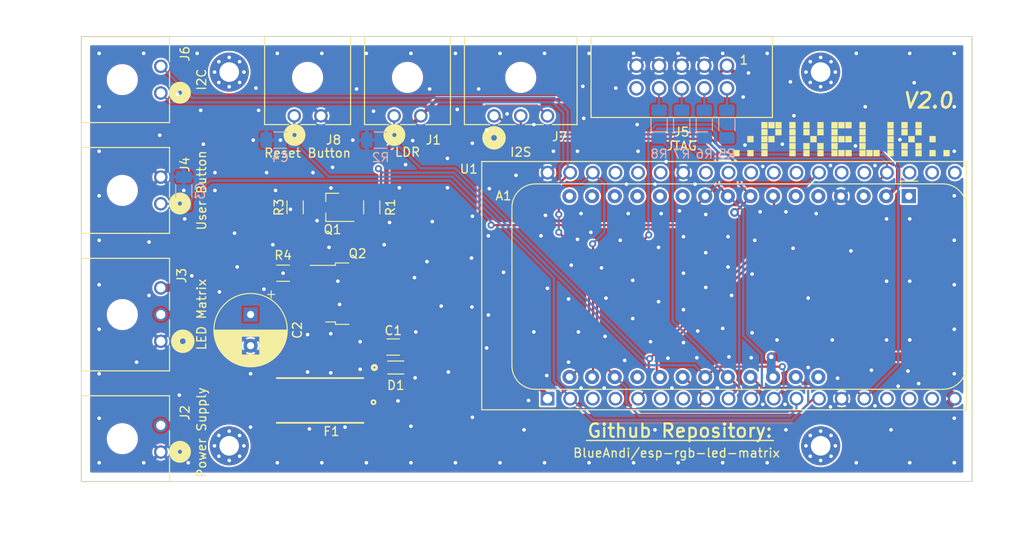
<source format=kicad_pcb>
(kicad_pcb (version 20211014) (generator pcbnew)
  (title_block (title "Pixelix") (date "2022-08-15") (rev "V2.0") (comment 1 "Schneider, Niklas"))
  (layers (0 "F.Cu" signal) (31 "B.Cu" signal) (34 "B.Paste" user) (35 "F.Paste" user) (36 "B.SilkS" user "B.Silkscreen") (37 "F.SilkS" user "F.Silkscreen") (38 "B.Mask" user) (39 "F.Mask" user) (44 "Edge.Cuts" user))
  (net 0 "")
  (net 2 "+3V3")
  (net 4 "GND")
  (net 7 "/LDR-ANALOG-IN")
  (net 8 "/I2S_WS")
  (net 9 "/I2S_CLK")
  (net 10 "/USER-BUTTON")
  (net 17 "/SDA")
  (net 18 "/SCL")
  (net 19 "/MTMS")
  (net 21 "/MTDO")
  (net 22 "/I2S_Data_IN")
  (net 23 "/LV-DATA-OUT")
  (net 24 "/MTDI")
  (net 25 "/MTCK")
  (net 27 "/RESET")
  (net 28 "Net-(C1-Pad1)")
  (net 29 "/VCC-PROTECTED")
  (net 30 "Net-(F1-Pad2)")
  (net 31 "/HV-DATA-OUT")
  (net 32 "Net-(J5-Pad2)")
  (net 33 "Net-(J5-Pad4)")
  (net 34 "Net-(J5-Pad6)")
  (net 35 "Net-(J5-Pad8)")
  (net 37 "Net-(Q2-Pad1)")
  (footprint "footprints:FUSE_0154004.DR" (layer "F.Cu") (at 127.8 111 180)
    (fp_text reference "F1")
    (fp_text value "4A")
  )
  (footprint "footprints:66200311022" (layer "F.Cu") (at 150.33 74.7 180)
    (fp_text reference "J7")
    (fp_text value "Conn_01x03" hide)
  )
  (footprint "footprints:66200211022" (layer "F.Cu") (at 137.615 74.7 180)
    (fp_text reference "J1")
    (fp_text value "Conn_01x02" hide)
  )
  (footprint "footprints:66200211022" (layer "F.Cu") (at 126.4 74.7 180)
    (fp_text reference "J8")
    (fp_text value "Conn_01x02" hide)
  )
  (footprint "Capacitor_THT:CP_Radial_D8.0mm_P3.50mm" (layer "F.Cu") (at 120 101.347349 -90)
    (fp_text reference "C2")
    (fp_text value "1000u / 16V")
  )
  (footprint "Resistor_SMD:R_1206_3216Metric_Pad1.30x1.75mm_HandSolder" (layer "F.Cu") (at 133.6 89.3 90)
    (fp_text reference "R1")
    (fp_text value "10k")
  )
  (footprint "MountingHole:MountingHole_2.2mm_M2_Pad_Via" (layer "F.Cu") (at 117.6 116.1)
    (fp_text reference "H1" hide)
    (fp_text value "MountingHole_Pad" hide)
  )
  (footprint "Capacitor_SMD:C_1206_3216Metric_Pad1.33x1.80mm_HandSolder" (layer "F.Cu") (at 136.01 105)
    (fp_text reference "C1")
    (fp_text value "100n")
  )
  (footprint "MountingHole:MountingHole_2.2mm_M2_Pad_Via" (layer "F.Cu") (at 184 74.1)
    (fp_text reference "H4" hide)
    (fp_text value "MountingHole_Pad" hide)
  )
  (footprint "Module:Adafruit_Feather" (layer "F.Cu") (at 193.9 88.0475 -90)
    (fp_text reference "A1")
    (fp_text value "Adafruit_Feather_HUZZAH32_ESP32")
  )
  (footprint "MountingHole:MountingHole_2.2mm_M2_Pad_Via" (layer "F.Cu") (at 117.6 74.1)
    (fp_text reference "H3" hide)
    (fp_text value "MountingHole_Pad" hide)
  )
  (footprint "footprints:61201021621" (layer "F.Cu") (at 168.4 74.65 180)
    (fp_text reference "J5")
    (fp_text value "Conn_02x05_Odd_Even" hide)
  )
  (footprint "footprints:66200211022" (layer "F.Cu") (at 105.6 115.3 -90)
    (fp_text reference "J2")
    (fp_text value "Conn_01x02" hide)
  )
  (footprint "Package_TO_SOT_SMD:TO-252-3_TabPin2" (layer "F.Cu") (at 132 99)
    (fp_text reference "Q2")
    (fp_text value "PMOS_GDS_STD26P3LLH6")
  )
  (footprint "footprints:66200211022" (layer "F.Cu") (at 105.6 87.4 -90)
    (fp_text reference "J4")
    (fp_text value "Conn_01x02" hide)
  )
  (footprint "MountingHole:MountingHole_2.2mm_M2_Pad_Via" (layer "F.Cu") (at 184 116.1)
    (fp_text reference "H2" hide)
    (fp_text value "MountingHole_Pad" hide)
  )
  (footprint "Resistor_SMD:R_1206_3216Metric_Pad1.30x1.75mm_HandSolder" (layer "F.Cu") (at 125 89.3 90)
    (fp_text reference "R3")
    (fp_text value "1.2k")
  )
  (footprint "footprints:66200311022" (layer "F.Cu") (at 105.6 101.35 -90)
    (fp_text reference "J3")
    (fp_text value "Conn_01x03" hide)
  )
  (footprint "footprints:Pixelix_Logo_footprint" (layer "F.Cu") (at 186.3 81.6)
    (fp_text reference "G***" hide)
    (fp_text value "LOGO" hide)
  )
  (footprint "Package_TO_SOT_SMD:SOT-23_Handsoldering" (layer "F.Cu") (at 129.2 89.3 180)
    (fp_text reference "Q1")
    (fp_text value "NMOS_GSD_BSS138")
  )
  (footprint "footprints:MODULE_ESP32-DEVKITC-32D" (layer "F.Cu") (at 173.1 98.1 90)
    (fp_text reference "U1")
    (fp_text value "ESP32-DEVKITC-32D")
  )
  (footprint "Resistor_SMD:R_1206_3216Metric_Pad1.30x1.75mm_HandSolder" (layer "F.Cu") (at 123.65 96.7 180)
    (fp_text reference "R4")
    (fp_text value "100k")
  )
  (footprint "footprints:66200211022" (layer "F.Cu") (at 105.6 74.95 -90)
    (fp_text reference "J6")
    (fp_text value "Conn_01x02" hide)
  )
  (footprint "footprints:CDSOD323-T05C" (layer "F.Cu") (at 136.3 107.3)
    (fp_text reference "D1")
    (fp_text value "CDSOD323-T05C")
  )
  (footprint "Resistor_SMD:R_1206_3216Metric_Pad1.30x1.75mm_HandSolder" (layer "B.Cu") (at 170.933332 79.95 -90)
    (fp_text reference "R6")
    (fp_text value "100")
  )
  (footprint "Capacitor_SMD:C_1206_3216Metric_Pad1.33x1.80mm_HandSolder" (layer "B.Cu") (at 112.5 87.45 90)
    (fp_text reference "C3")
    (fp_text value "100n")
  )
  (footprint "Resistor_SMD:R_1206_3216Metric_Pad1.30x1.75mm_HandSolder" (layer "B.Cu") (at 173.47 79.95 -90)
    (fp_text reference "R5")
    (fp_text value "100")
  )
  (footprint "Resistor_SMD:R_1206_3216Metric_Pad1.30x1.75mm_HandSolder" (layer "B.Cu") (at 165.86 79.95 -90)
    (fp_text reference "R8")
    (fp_text value "100")
  )
  (footprint "Resistor_SMD:R_1206_3216Metric_Pad1.30x1.75mm_HandSolder" (layer "B.Cu") (at 168.396666 79.95 -90)
    (fp_text reference "R7")
    (fp_text value "100")
  )
  (footprint "Capacitor_SMD:C_1206_3216Metric_Pad1.33x1.80mm_HandSolder" (layer "B.Cu") (at 123.325 81.75 180)
    (fp_text reference "C4")
    (fp_text value "100n")
  )
  (footprint "Resistor_SMD:R_1206_3216Metric_Pad1.30x1.75mm_HandSolder" (layer "B.Cu") (at 134.6 81.75 180)
    (fp_text reference "R2")
    (fp_text value "1k")
  )
  (gr_line (start 201 70.1) (end 201 120.1) (layer "F.SilkS") (width 0.15))
  (gr_line (start 157.7 115.5) (end 178.7 115.5) (layer "F.SilkS") (width 0.15))
  (gr_rect (start 201 70.1) (end 101 120.1) (layer "Edge.Cuts") (width 0.1) (fill none))
  (gr_text "I2C" (at 114.5 74.950001 90) (layer "F.SilkS") (effects (font (size 1 1))))
  (gr_text "Reset Button" (at 126.4 83.2) (layer "F.SilkS") (effects (font (size 1 1))))
  (gr_text "Github Repository:" (at 168.2 114.4) (layer "F.SilkS") (effects (font (size 1.5 1.5) (thickness 0.25))))
  (gr_text "LDR" (at 137.615 83.1) (layer "F.SilkS") (effects (font (size 1 1))))
  (gr_text "Power Supply" (at 114.5 114.6 90) (layer "F.SilkS") (effects (font (size 1 1))))
  (gr_text "User Button" (at 114.5 87.400001 90) (layer "F.SilkS") (effects (font (size 1 1))))
  (gr_text "LED Matrix" (at 114.5 101.35 90) (layer "F.SilkS") (effects (font (size 1 1))))
  (gr_text "BlueAndi/esp-rgb-led-matrix " (at 168.2 116.9) (layer "F.SilkS") (effects (font (size 1 1))))
  (gr_text "JTAG" (at 168.4 82.4) (layer "F.SilkS") (effects (font (size 1 1))))
  (gr_text "${REVISION}" (at 196.1 77.3) (layer "F.SilkS") (effects (font (size 1.7 1.7) (thickness 0.3) italic)))
  (gr_text "I2S" (at 150.33 83.1) (layer "F.SilkS") (effects (font (size 1 1))))
  (segment (start 192.7 86.8075) (end 191.46 88.0475) (width 0.5) (layer "F.Cu") (net 2))
  (segment (start 133.73 90.62) (end 133.73 90.85) (width 0.5) (layer "F.Cu") (net 2))
  (segment (start 140.925 77.21) (end 139.115 79.02) (width 0.4) (layer "F.Cu") (net 2))
  (segment (start 157.27 77.21) (end 140.925 77.21) (width 0.4) (layer "F.Cu") (net 2))
  (segment (start 133.73 90.85) (end 153.34 110.46) (width 0.5) (layer "F.Cu") (net 2))
  (segment (start 135.25 89.1) (end 133.73 90.62) (width 0.5) (layer "F.Cu") (net 2))
  (segment (start 139.115 79.02) (end 135.25 82.885) (width 0.5) (layer "F.Cu") (net 2))
  (segment (start 159.83 74.65) (end 157.27 77.21) (width 0.4) (layer "F.Cu") (net 2))
  (segment (start 181 80.9) (end 189.5 80.9) (width 0.5) (layer "F.Cu") (net 2))
  (segment (start 172.21 74.65) (end 159.83 74.65) (width 0.4) (layer "F.Cu") (net 2))
  (segment (start 135.25 82.885) (end 135.25 89.1) (width 0.5) (layer "F.Cu") (net 2))
  (segment (start 153.34 110.46) (end 153.34 110.8) (width 0.5) (layer "F.Cu") (net 2))
  (segment (start 189.5 80.9) (end 192.7 84.1) (width 0.5) (layer "F.Cu") (net 2))
  (segment (start 173.48 73.38) (end 172.21 74.65) (width 0.4) (layer "F.Cu") (net 2))
  (segment (start 173.48 73.38) (end 181 80.9) (width 0.5) (layer "F.Cu") (net 2))
  (segment (start 192.7 84.1) (end 192.7 86.8075) (width 0.5) (layer "F.Cu") (net 2))
  (via (at 140.4 90.9) (size 0.8) (drill 0.4) (layers "F.Cu" "B.Cu") (net 4))
  (via (at 194 118) (size 0.8) (drill 0.4) (layers "F.Cu" "B.Cu") (net 4))
  (via (at 113 118) (size 0.8) (drill 0.4) (layers "F.Cu" "B.Cu") (net 4))
  (via (at 151.8 80) (size 0.8) (drill 0.4) (layers "F.Cu" "B.Cu") (net 4))
  (via (at 103 78) (size 0.8) (drill 0.4) (layers "F.Cu" "B.Cu") (net 4))
  (via (at 114.4 78.4) (size 0.8) (drill 0.4) (layers "F.Cu" "B.Cu") (net 4))
  (via (at 190.1 84.6) (size 0.8) (drill 0.4) (layers "F.Cu" "B.Cu") (net 4))
  (via (at 129.2 84.8) (size 0.8) (drill 0.4) (layers "F.Cu" "B.Cu") (net 4))
  (via (at 124.475 89.525) (size 0.8) (drill 0.4) (layers "F.Cu" "B.Cu") (net 4))
  (via (at 133 72) (size 0.8) (drill 0.4) (layers "F.Cu" "B.Cu") (net 4))
  (via (at 153 118) (size 0.8) (drill 0.4) (layers "F.Cu" "B.Cu") (net 4))
  (via (at 103 93) (size 0.8) (drill 0.4) (layers "F.Cu" "B.Cu") (net 4))
  (via (at 166.85 106.25) (size 0.8) (drill 0.4) (layers "F.Cu" "B.Cu") (net 4))
  (via (at 162.4 90) (size 0.8) (drill 0.4) (layers "F.Cu" "B.Cu") (net 4))
  (via (at 175.5 82.3) (size 0.8) (drill 0.4) (layers "F.Cu" "B.Cu") (net 4))
  (via (at 118.2 92.2) (size 0.8) (drill 0.4) (layers "F.Cu" "B.Cu") (net 4))
  (via (at 180.6 75.2) (size 0.8) (drill 0.4) (layers "F.Cu" "B.Cu") (net 4))
  (via (at 191.4 104.2) (size 0.8) (drill 0.4) (layers "F.Cu" "B.Cu") (net 4))
  (via (at 142.1 87.1) (size 0.8) (drill 0.4) (layers "F.Cu" "B.Cu") (net 4))
  (via (at 145.6 76) (size 0.8) (drill 0.4) (layers "F.Cu" "B.Cu") (net 4))
  (via (at 136.55 111.05) (size 0.8) (drill 0.4) (layers "F.Cu" "B.Cu") (net 4))
  (via (at 129 107.9) (size 0.8) (drill 0.4) (layers "F.Cu" "B.Cu") (net 4))
  (via (at 108.6 99.2) (size 0.8) (drill 0.4) (layers "F.Cu" "B.Cu") (net 4))
  (via (at 194 72) (size 0.8) (drill 0.4) (layers "F.Cu" "B.Cu") (net 4))
  (via (at 187.4 94.2) (size 0.8) (drill 0.4) (layers "F.Cu" "B.Cu") (net 4))
  (via (at 143 72) (size 0.8) (drill 0.4) (layers "F.Cu" "B.Cu") (net 4))
  (via (at 157.4 79.3) (size 0.8) (drill 0.4) (layers "F.Cu" "B.Cu") (net 4))
  (via (at 195 109.1) (size 0.8) (drill 0.4) (layers "F.Cu" "B.Cu") (net 4))
  (via (at 103 98) (size 0.8) (drill 0.4) (layers "F.Cu" "B.Cu") (net 4))
  (via (at 177.2 89.8) (size 0.8) (drill 0.4) (layers "F.Cu" "B.Cu") (net 4))
  (via (at 187.9 82.4) (size 0.8) (drill 0.4) (layers "F.Cu" "B.Cu") (net 4))
  (via (at 129.02 87.13) (size 0.8) (drill 0.4) (layers "F.Cu" "B.Cu") (net 4))
  (via (at 162 106.5) (size 0.8) (drill 0.4) (layers "F.Cu" "B.Cu") (net 4))
  (via (at 176.2 106.2) (size 0.8) (drill 0.4) (layers "F.Cu" "B.Cu") (net 4))
  (via (at 158 72) (size 0.8) (drill 0.4) (layers "F.Cu" "B.Cu") (net 4))
  (via (at 146.5 105.1) (size 0.8) (drill 0.4) (layers "F.Cu" "B.Cu") (net 4))
  (via (at 182.6 107.3) (size 0.8) (drill 0.4) (layers "F.Cu" "B.Cu") (net 4))
  (via (at 191.4 97.6) (size 0.8) (drill 0.4) (layers "F.Cu" "B.Cu") (net 4))
  (via (at 132.3 107.5) (size 0.8) (drill 0.4) (layers "F.Cu" "B.Cu") (net 4))
  (via (at 121.5 98.5) (size 0.8) (drill 0.4) (layers "F.Cu" "B.Cu") (net 4))
  (via (at 168.6 92.6) (size 0.8) (drill 0.4) (layers "F.Cu" "B.Cu") (net 4))
  (via (at 159.8 103.8) (size 0.8) (drill 0.4) (layers "F.Cu" "B.Cu") (net 4))
  (via (at 151.2 111) (size 0.8) (drill 0.4) (layers "F.Cu" "B.Cu") (net 4))
  (via (at 173 118) (size 0.8) (drill 0.4) (layers "F.Cu" "B.Cu") (net 4))
  (via (at 190.1 111.6) (size 0.8) (drill 0.4) (layers "F.Cu" "B.Cu") (net 4))
  (via (at 154 83) (size 0.8) (drill 0.4) (layers "F.Cu" "B.Cu") (net 4))
  (via (at 148 118) (size 0.8) (drill 0.4) (layers "F.Cu" "B.Cu") (net 4))
  (via (at 180 111.440989) (size 0.8) (drill 0.4) (layers "F.Cu" "B.Cu") (net 4))
  (via (at 114 72) (size 0.8) (drill 0.4) (layers "F.Cu" "B.Cu") (net 4))
  (via (at 156 95.8) (size 0.8) (drill 0.4) (layers "F.Cu" "B.Cu") (net 4))
  (via (at 185.1 111.73) (size 0.8) (drill 0.4) (layers "F.Cu" "B.Cu") (net 4))
  (via (at 185.3 104.2) (size 0.8) (drill 0.4) (layers "F.Cu" "B.Cu") (net 4))
  (via (at 144.9 82.1) (size 0.8) (drill 0.4) (layers "F.Cu" "B.Cu") (net 4))
  (via (at 173.6 96) (size 0.8) (drill 0.4) (layers "F.Cu" "B.Cu") (net 4))
  (via (at 164.9 104.4) (size 0.8) (drill 0.4) (layers "F.Cu" "B.Cu") (net 4))
  (via (at 114.7 82.2) (size 0.8) (drill 0.4) (layers "F.Cu" "B.Cu") (net 4))
  (via (at 157.1 90) (size 0.8) (drill 0.4) (layers "F.Cu" "B.Cu") (net 4))
  (via (at 116 85.4) (size 0.8) (drill 0.4) (layers "F.Cu" "B.Cu") (net 4))
  (via (at 133.8 78.5) (size 0.8) (drill 0.4) (layers "F.Cu" "B.Cu") (net 4))
  (via (at 111.8 76.6) (size 0.8) (drill 0.4) (layers "F.Cu" "B.Cu") (net 4))
  (via (at 199 72) (size 0.8) (drill 0.4) (layers "F.Cu" "B.Cu") (net 4))
  (via (at 199 78) (size 0.8) (drill 0.4) (layers "F.Cu" "B.Cu") (net 4))
  (via (at 149.8 85.7) (size 0.8) (drill 0.4) (layers "F.Cu" "B.Cu") (net 4))
  (via (at 136.7 87.1) (size 0.8) (drill 0.4) (layers "F.Cu" "B.Cu") (net 4))
  (via (at 170.1 106.2) (size 0.8) (drill 0.4) (layers "F.Cu" "B.Cu") (net 4))
  (via (at 150.7 114.3) (size 0.8) (drill 0.4) (layers "F.Cu" "B.Cu") (net 4))
  (via (at 135.6 91) (size 0.8) (drill 0.4) (layers "F.Cu" "B.Cu") (net 4))
  (via (at 109.8 81.2) (size 0.8) (drill 0.4) (layers "F.Cu" "B.Cu") (net 4))
  (via (at 103 118) (size 0.8) (drill 0.4) (layers "F.Cu" "B.Cu") (net 4))
  (via (at 193.8 107.7) (size 0.8) (drill 0.4) (layers "F.Cu" "B.Cu") (net 4))
  (via (at 138.2 81.8) (size 0.8) (drill 0.4) (layers "F.Cu" "B.Cu") (net 4))
  (via (at 173.7 106.1) (size 0.8) (drill 0.4) (layers "F.Cu" "B.Cu") (net 4))
  (via (at 174 99.2) (size 0.8) (drill 0.4) (layers "F.Cu" "B.Cu") (net 4))
  (via (at 146.5 80.6) (size 0.8) (drill 0.4) (layers "F.Cu" "B.Cu") (net 4))
  (via (at 168.6 96.7) (size 0.8) (drill 0.4) (layers "F.Cu" "B.Cu") (net 4))
  (via (at 162.2 86.7) (size 0.8) (drill 0.4) (layers "F.Cu" "B.Cu") (net 4))
  (via (at 144.91 112.89) (size 0.8) (drill 0.4) (layers "F.Cu" "B.Cu") (net 4))
  (via (at 118.5 96) (size 0.8) (drill 0.4) (layers "F.Cu" "B.Cu") (net 4))
  (via (at 168.6 104.5) (size 0.8) (drill 0.4) (layers "F.Cu" "B.Cu") (net 4))
  (via (at 108 118) (size 0.8) (drill 0.4) (layers "F.Cu" "B.Cu") (net 4))
  (via (at 142.1 83.8) (size 0.8) (drill 0.4) (layers "F.Cu" "B.Cu") (net 4))
  (via (at 128.8 93.8) (size 0.8) (drill 0.4) (layers "F.Cu" "B.Cu") (net 4))
  (via (at 140.1 76) (size 0.8) (drill 0.4) (layers "F.Cu" "B.Cu") (net 4))
  (via (at 178 118) (size 0.8) (drill 0.4) (layers "F.Cu" "B.Cu") (net 4))
  (via (at 123 118) (size 0.8) (drill 0.4) (layers "F.Cu" "B.Cu") (net 4))
  (via (at 138.55 103.3) (size 0.8) (drill 0.4) (layers "F.Cu" "B.Cu") (net 4))
  (via (at 121.8 85.4) (size 0.8) (drill 0.4) (layers "F.Cu" "B.Cu") (net 4))
  (via (at 103 108) (size 0.8) (drill 0.4) (layers "F.Cu" "B.Cu") (net 4))
  (via (at 194.5 75.3) (size 0.8) (drill 0.4) (layers "F.Cu" "B.Cu") (net 4))
  (via (at 129.8 97.6) (size 0.8) (drill 0.4) (layers "F.Cu" "B.Cu") (net 4))
  (via (at 180.1 114.3) (size 0.8) (drill 0.4) (layers "F.Cu" "B.Cu") (net 4))
  (via (at 180.1 89.8) (size 0.8) (drill 0.4) (layers "F.Cu" "B.Cu") (net 4))
  (via (at 182.6 99.5) (size 0.8) (drill 0.4) (layers "F.Cu" "B.Cu") (net 4))
  (via (at 194 104.2) (size 0.8) (drill 0.4) (layers "F.Cu" "B.Cu") (net 4))
  (via (at 199 88) (size 0.8) (drill 0.4) (layers "F.Cu" "B.Cu") (net 4))
  (via (at 185.1 84.6) (size 0.8) (drill 0.4) (layers "F.Cu" "B.Cu") (net 4))
  (via (at 199 93) (size 0.8) (drill 0.4) (layers "F.Cu" "B.Cu") (net 4))
  (via (at 168.1445 89.7) (size 0.8) (drill 0.4) (layers "F.Cu" "B.Cu") (net 4))
  (via (at 177.5 111.440989) (size 0.8) (drill 0.4) (layers "F.Cu" "B.Cu") (net 4))
  (via (at 133 118) (size 0.8) (drill 0.4) (layers "F.Cu" "B.Cu") (net 4))
  (via (at 103 72) (size 0.8) (drill 0.4) (layers "F.Cu" "B.Cu") (net 4))
  (via (at 199 103) (size 0.8) (drill 0.4) (layers "F.Cu" "B.Cu") (net 4))
  (via (at 199 118) (size 0.8) (drill 0.4) (layers "F.Cu" "B.Cu") (net 4))
  (via (at 159.7 109.6) (size 0.8) (drill 0.4) (layers "F.Cu" "B.Cu") (net 4))
  (via (at 163 118) (size 0.8) (drill 0.4) (layers "F.Cu" "B.Cu") (net 4))
  (via (at 177.5 84.7) (size 0.8) (drill 0.4) (layers "F.Cu" "B.Cu") (net 4))
  (via (at 138.4 97.2) (size 0.8) (drill 0.4) (layers "F.Cu" "B.Cu") (net 4))
  (via (at 148 72) (size 0.8) (drill 0.4) (layers "F.Cu" "B.Cu") (net 4))
  (via (at 189 78) (size 0.8) (drill 0.4) (layers "F.Cu" "B.Cu") (net 4))
  (via (at 112.6 90.6) (size 0.8) (drill 0.4) (layers "F.Cu" "B.Cu") (net 4))
  (via (at 143.2 78.3) (size 0.8) (drill 0.4) (layers "F.Cu" "B.Cu") (net 4))
  (via (at 120.6 75.9) (size 0.8) (drill 0.4) (layers "F.Cu" "B.Cu") (net 4))
  (via (at 113.4 97) (size 0.8) (drill 0.4) (layers "F.Cu" "B.Cu") (net 4))
  (via (at 165.4 86.7) (size 0.8) (drill 0.4) (layers "F.Cu" "B.Cu") (net 4))
  (via (at 163.4 80) (size 0.8) (drill 0.4) (layers "F.Cu" "B.Cu") (net 4))
  (via (at 159.9 99.5) (size 0.8) (drill 0.4) (layers "F.Cu" "B.Cu") (net 4))
  (via (at 103 103) (size 0.8) (drill 0.4) (layers "F.Cu" "B.Cu") (net 4))
  (via (at 153.1 90.2) (size 0.8) (drill 0.4) (layers "F.Cu" "B.Cu") (net 4))
  (via (at 171.1 90.1) (size 0.8) (drill 0.4) (layers "F.Cu" "B.Cu") (net 4))
  (via (at 108 72) (size 0.8) (drill 0.4) (layers "F.Cu" "B.Cu") (net 4))
  (via (at 138.47 108.46) (size 0.8) (drill 0.4) (layers "F.Cu" "B.Cu") (net 4))
  (via (at 156.7 83) (size 0.8) (drill 0.4) (layers "F.Cu" "B.Cu") (net 4))
  (via (at 126.4 103.6) (size 0.8) (drill 0.4) (layers "F.Cu" "B.Cu") (net 4))
  (via (at 152.6 92.5) (size 0.8) (drill 0.4) (layers "F.Cu" "B.Cu") (net 4))
  (via (at 146.7 101.4) (size 0.8) (drill 0.4) (layers "F.Cu" "B.Cu") (net 4))
  (via (at 153 72) (size 0.8) (drill 0.4) (layers "F.Cu" "B.Cu") (net 4))
  (via (at 168 72) (size 0.8) (drill 0.4) (layers "F.Cu" "B.Cu") (net 4))
  (via (at 194 97.6) (size 0.8) (drill 0.4) (layers "F.Cu" "B.Cu") (net 4))
  (via (at 194 90.6) (size 0.8) (drill 0.4) (layers "F.Cu" "B.Cu") (net 4))
  (via (at 137.4 84.5) (size 0.8) (drill 0.4) (layers "F.Cu" "B.Cu") (net 4))
  (via (at 178 72) (size 0.8) (drill 0.4) (layers "F.Cu" "B.Cu") (net 4))
  (via (at 123 72) (size 0.8) (drill 0.4) (layers "F.Cu" "B.Cu") (net 4))
  (via (at 159.4 96.1) (size 0.8) (drill 0.4) (layers "F.Cu" "B.Cu") (net 4))
  (via (at 144.8 95) (size 0.8) (drill 0.4) (layers "F.Cu" "B.Cu") (net 4))
  (via (at 123.65 96.7) (size 0.8) (drill 0.4) (layers "F.Cu" "B.Cu") (net 4))
  (via (at 157.3 75.7) (size 0.8) (drill 0.4) (layers "F.Cu" "B.Cu") (net 4))
  (via (at 161.5 93) (size 0.8) (drill 0.4) (layers "F.Cu" "B.Cu") (net 4))
  (via (at 199 108) (size 0.8) (drill 0.4) (layers "F.Cu" "B.Cu") (net 4))
  (via (at 168 118) (size 0.8) (drill 0.4) (layers "F.Cu" "B.Cu") (net 4))
  (via (at 191.9 114.3) (size 0.8) (drill 0.4) (layers "F.Cu" "B.Cu") (net 4))
  (via (at 103 88) (size 0.8) (drill 0.4) (layers "F.Cu" "B.Cu") (net 4))
  (via (at 116 87.4) (size 0.8) (drill 0.4) (layers "F.Cu" "B.Cu") (net 4))
  (via (at 161 75.9) (size 0.8) (drill 0.4) (layers "F.Cu" "B.Cu") (net 4))
  (via (at 123.35 81.75) (size 0.8) (drill 0.4) (layers "F.Cu" "B.Cu") (net 4))
  (via (at 131.9 76) (size 0.8) (drill 0.4) (layers "F.Cu" "B.Cu") (net 4))
  (via (at 162.9 101.8) (size 0.8) (drill 0.4) (layers "F.Cu" "B.Cu") (net 4))
  (via (at 116.5 98.8) (size 0.8) (drill 0.4) (layers "F.Cu" "B.Cu") (net 4))
  (via (at 175.9 74.2) (size 0.8) (drill 0.4) (layers "F.Cu" "B.Cu") (net 4))
  (via (at 138 118) (size 0.8) (drill 0.4) (layers "F.Cu" "B.Cu") (net 4))
  (via (at 175.3 76.9) (size 0.8) (drill 0.4) (layers "F.Cu" "B.Cu") (net 4))
  (via (at 171.1 98.3) (size 0.8) (drill 0.4) (layers "F.Cu" "B.Cu") (net 4))
  (via (at 199 113) (size 0.8) (drill 0.4) (layers "F.Cu" "B.Cu") (net 4))
  (via (at 120 114) (size 0.8) (drill 0.4) (layers "F.Cu" "B.Cu") (net 4))
  (via (at 156.8 103.3) (size 0.8) (drill 0.4) (layers "F.Cu" "B.Cu") (net 4))
  (via (at 165.4 114.3) (size 0.8) (drill 0.4) (layers "F.Cu" "B.Cu") (net 4))
  (via (at 199 83) (size 0.8) (drill 0.4) (layers "F.Cu" "B.Cu") (net 4))
  (via (at 166.1 90) (size 0.8) (drill 0.4) (layers "F.Cu" "B.Cu") (net 4))
  (via (at 156.7 92.9) (size 0.8) (drill 0.4) (layers "F.Cu" "B.Cu") (net 4))
  (via (at 192.9 81.7) (size 0.8) (drill 0.4) (layers "F.Cu" "B.Cu") (net 4))
  (via (at 138 113.9) (size 0.8) (drill 0.4) (layers "F.Cu" "B.Cu") (net 4))
  (via (at 139.8 95.4) (size 0.8) (drill 0.4) (layers "F.Cu" "B.Cu") (net 4))
  (via (at 168.6 100.8) (size 0.8) (drill 0.4) (layers "F.Cu" "B.Cu") (net 4))
  (via (at 158.2 92.1) (size 0.8) (drill 0.4) (layers "F.Cu" "B.Cu") (net 4))
  (via (at 144.9 90.3) (size 0.8) (drill 0.4) (layers "F.Cu" "B.Cu") (net 4))
  (via (at 120.9 78.4) (size 0.8) (drill 0.4) (layers "F.Cu" "B.Cu") (net 4))
  (via (at 151.8 103.3) (size 0.8) (drill 0.4) (layers "F.Cu" "B.Cu") (net 4))
  (via (at 142.2 107.8) (size 0.8) (drill 0.4) (layers "F.Cu" "B.Cu") (net 4))
  (via (at 138 72) (size 0.8) (drill 0.4) (layers "F.Cu" "B.Cu") (net 4))
  (via (at 146.7 92.5) (size 0.8) (drill 0.4) (layers "F.Cu" "B.Cu") (net 4))
  (via (at 103 113) (size 0.8) (drill 0.4) (layers "F.Cu" "B.Cu") (net 4))
  (via (at 191.4 90.6) (size 0.8) (drill 0.4) (layers "F.Cu" "B.Cu") (net 4))
  (via (at 176.3 103.4) (size 0.8) (drill 0.4) (layers "F.Cu" "B.Cu") (net 4))
  (via (at 108.6 93.2) (size 0.8) (drill 0.4) (layers "F.Cu" "B.Cu") (net 4))
  (via (at 155.7 106.7) (size 0.8) (drill 0.4) (layers "F.Cu" "B.Cu") (net 4))
  (via (at 179.1 104.2) (size 0.8) (drill 0.4) (layers "F.Cu" "B.Cu") (net 4))
  (via (at 176.6 93) (size 0.8) (drill 0.4) (layers "F.Cu" "B.Cu") (net 4))
  (via (at 128 118) (size 0.8) (drill 0.4) (layers "F.Cu" "B.Cu") (net 4))
  (via (at 141.4 100.4) (size 0.8) (drill 0.4) (layers "F.Cu" "B.Cu") (net 4))
  (via (at 135 93.5) (size 0.8) (drill 0.4) (layers "F.Cu" "B.Cu") (net 4))
  (via (at 132.3 104.4) (size 0.8) (drill 0.4) (layers "F.Cu" "B.Cu") (net 4))
  (via (at 153.3255 98.4) (size 0.8) (drill 0.4) (layers "F.Cu" "B.Cu") (net 4))
  (via (at 173.6 92.6) (size 0.8) (drill 0.4) (layers "F.Cu" "B.Cu") (net 4))
  (via (at 172.4 109.6) (size 0.8) (drill 0.4) (layers "F.Cu" "B.Cu") (net 4))
  (via (at 183.5 90) (size 0.8) (drill 0.4) (layers "F.Cu" "B.Cu") (net 4))
  (via (at 129 103.5) (size 0.8) (drill 0.4) (layers "F.Cu" "B.Cu") (net 4))
  (via (at 181 79) (size 0.8) (drill 0.4) (layers "F.Cu" "B.Cu") (net 4))
  (via (at 185.9 108.5) (size 0.8) (drill 0.4) (layers "F.Cu" "B.Cu") (net 4))
  (via (at 155.7 99.6) (size 0.8) (drill 0.4) (layers "F.Cu" "B.Cu") (net 4))
  (via (at 107.2 106.7) (size 0.8) (drill 0.4) (layers "F.Cu" "B.Cu") (net 4))
  (via (at 143 118) (size 0.8) (drill 0.4) (layers "F.Cu" "B.Cu") (net 4))
  (via (at 144.85 100.5) (size 0.8) (drill 0.4) (layers "F.Cu" "B.Cu") (net 4))
  (via (at 126.4 107.8) (size 0.8) (drill 0.4) (layers "F.Cu" "B.Cu") (net 4))
  (via (at 170.2 103.2) (size 0.8) (drill 0.4) (layers "F.Cu" "B.Cu") (net 4))
  (via (at 189.7 107.6) (size 0.8) (drill 0.4) (layers "F.Cu" "B.Cu") (net 4))
  (via (at 127.46 90.8) (size 0.8) (drill 0.4) (layers "F.Cu" "B.Cu") (net 4))
  (via (at 158 118) (size 0.8) (drill 0.4) (layers "F.Cu" "B.Cu") (net 4))
  (via (at 157.1 109.6) (size 0.8) (drill 0.4) (layers "F.Cu" "B.Cu") (net 4))
  (via (at 128 72) (size 0.8) (drill 0.4) (layers "F.Cu" "B.Cu") (net 4))
  (via (at 167.3 109.6) (size 0.8) (drill 0.4) (layers "F.Cu" "B.Cu") (net 4))
  (via (at 171.1 94.4) (size 0.8) (drill 0.4) (layers "F.Cu" "B.Cu") (net 4))
  (via (at 162.9 97.5) (size 0.8) (drill 0.4) (layers "F.Cu" "B.Cu") (net 4))
  (via (at 126.6 114.2) (size 0.8) (drill 0.4) (layers "F.Cu" "B.Cu") (net 4))
  (via (at 179.7 82.2) (size 0.8) (drill 0.4) (layers "F.Cu" "B.Cu") (net 4))
  (via (at 103 83) (size 0.8) (drill 0.4) (layers "F.Cu" "B.Cu") (net 4))
  (via (at 173 72) (size 0.8) (drill 0.4) (layers "F.Cu" "B.Cu") (net 4))
  (via (at 122.8 87.4) (size 0.8) (drill 0.4) (layers "F.Cu" "B.Cu") (net 4))
  (via (at 199 98) (size 0.8) (drill 0.4) (layers "F.Cu" "B.Cu") (net 4))
  (via (at 131.475 81.75) (size 0.8) (drill 0.4) (layers "F.Cu" "B.Cu") (net 4))
  (via (at 163 72) (size 0.8) (drill 0.4) (layers "F.Cu" "B.Cu") (net 4))
  (via (at 127 85.4) (size 0.8) (drill 0.4) (layers "F.Cu" "B.Cu") (net 4))
  (via (at 165.8 93.8) (size 0.8) (drill 0.4) (layers "F.Cu" "B.Cu") (net 4))
  (via (at 120 108) (size 0.8) (drill 0.4) (layers "F.Cu" "B.Cu") (net 4))
  (via (at 122.5 93.5) (size 0.8) (drill 0.4) (layers "F.Cu" "B.Cu") (net 4))
  (via (at 188 118) (size 0.8) (drill 0.4) (layers "F.Cu" "B.Cu") (net 4))
  (via (at 165.8 99.9) (size 0.8) (drill 0.4) (layers "F.Cu" "B.Cu") (net 4))
  (via (at 129.99 100.21) (size 0.8) (drill 0.4) (layers "F.Cu" "B.Cu") (net 4))
  (via (at 120.3 81.75) (size 0.8) (drill 0.4) (layers "F.Cu" "B.Cu") (net 4))
  (via (at 192.7 109.4) (size 0.8) (drill 0.4) (layers "F.Cu" "B.Cu") (net 4))
  (via (at 148.4 96.6) (size 0.8) (drill 0.4) (layers "F.Cu" "B.Cu") (net 4))
  (via (at 153.25 108.2) (size 0.8) (drill 0.4) (layers "F.Cu" "B.Cu") (net 4))
  (via (at 130.6 114) (size 0.8) (drill 0.4) (layers "F.Cu" "B.Cu") (net 4))
  (via (at 112 110.4) (size 0.8) (drill 0.4) (layers "F.Cu" "B.Cu") (net 4))
  (via (at 176.3 96.8) (size 0.8) (drill 0.4) (layers "F.Cu" "B.Cu") (net 4))
  (via (at 166.65 84.15) (size 0.8) (drill 0.4) (layers "F.Cu" "B.Cu") (net 4))
  (via (at 146.8 87.2) (size 0.8) (drill 0.4) (layers "F.Cu" "B.Cu") (net 4))
  (via (at 173 102.9) (size 0.8) (drill 0.4) (layers "F.Cu" "B.Cu") (net 4))
  (via (at 188 72) (size 0.8) (drill 0.4) (layers "F.Cu" "B.Cu") (net 4))
  (via (at 148.8 78.8) (size 0.8) (drill 0.4) (layers "F.Cu" "B.Cu") (net 4))
  (via (at 169.9 86.7) (size 0.8) (drill 0.4) (layers "F.Cu" "B.Cu") (net 4))
  (via (at 180.9 93.9) (size 0.8) (drill 0.4) (layers "F.Cu" "B.Cu") (net 4))
  (via (at 112.5 87.4) (size 0.8) (drill 0.4) (layers "F.Cu" "B.Cu") (net 4))
  (via (at 163.5 83) (size 0.8) (drill 0.4) (layers "F.Cu" "B.Cu") (net 4))
  (segment (start 178.76 88.0475) (end 178.76 92.34) (width 0.25) (layer "F.Cu") (net 7))
  (segment (start 164.7 109.6) (end 164.7 106.4) (width 0.25) (layer "F.Cu") (net 7))
  (segment (start 178.76 92.34) (end 164.8 106.3) (width 0.25) (layer "F.Cu") (net 7))
  (segment (start 164.7 106.4) (end 164.8 106.3) (width 0.25) (layer "F.Cu") (net 7))
  (segment (start 163.5 110.8) (end 164.7 109.6) (width 0.25) (layer "F.Cu") (net 7))
  (via (at 164.8 106.3) (size 0.8) (drill 0.4) (layers "F.Cu" "B.Cu") (net 7))
  (segment (start 136.15 81.95) (end 139.1 84.9) (width 0.25) (layer "B.Cu") (net 7))
  (segment (start 136.115 81.715) (end 136.15 81.75) (width 0.25) (layer "B.Cu") (net 7))
  (segment (start 136.115 79.02) (end 136.115 81.715) (width 0.25) (layer "B.Cu") (net 7))
  (segment (start 139.1 84.9) (end 142.971408 84.9) (width 0.25) (layer "B.Cu") (net 7))
  (segment (start 142.971408 84.9) (end 164.371408 106.3) (width 0.25) (layer "B.Cu") (net 7))
  (segment (start 164.371408 106.3) (end 164.8 106.3) (width 0.25) (layer "B.Cu") (net 7))
  (segment (start 136.15 81.75) (end 136.15 81.95) (width 0.25) (layer "B.Cu") (net 7))
  (segment (start 176.22 88.0475) (end 174.40074 89.86676) (width 0.25) (layer "F.Cu") (net 8))
  (segment (start 150.33 80.83) (end 150.6 81.1) (width 0.25) (layer "F.Cu") (net 8))
  (segment (start 174.40074 89.86676) (end 174.33324 89.86676) (width 0.25) (layer "F.Cu") (net 8))
  (segment (start 171.2 81.1) (end 174.9 84.8) (width 0.25) (layer "F.Cu") (net 8))
  (segment (start 150.33 79.02) (end 150.33 80.83) (width 0.25) (layer "F.Cu") (net 8))
  (segment (start 150.6 81.1) (end 171.2 81.1) (width 0.25) (layer "F.Cu") (net 8))
  (segment (start 174.9 86.7275) (end 176.22 88.0475) (width 0.25) (layer "F.Cu") (net 8))
  (segment (start 174.9 84.8) (end 174.9 86.7275) (width 0.25) (layer "F.Cu") (net 8))
  (via (at 174.33324 89.86676) (size 1) (drill 0.5) (layers "F.Cu" "B.Cu") (net 8))
  (segment (start 174.46676 89.86676) (end 174.33324 89.86676) (width 0.25) (layer "B.Cu") (net 8))
  (segment (start 173.66 110.8) (end 174.85 109.61) (width 0.25) (layer "B.Cu") (net 8))
  (segment (start 174.85 109.61) (end 174.85 90.25) (width 0.25) (layer "B.Cu") (net 8))
  (segment (start 174.85 90.25) (end 174.46676 89.86676) (width 0.25) (layer "B.Cu") (net 8))
  (segment (start 171 81.6) (end 172.4 83) (width 0.25) (layer "F.Cu") (net 9))
  (segment (start 147.33 79.02) (end 147.72 79.02) (width 0.25) (layer "F.Cu") (net 9))
  (segment (start 147.72 79.02) (end 150.3 81.6) (width 0.25) (layer "F.Cu") (net 9))
  (segment (start 150.3 81.6) (end 171 81.6) (width 0.25) (layer "F.Cu") (net 9))
  (segment (start 172.4 83) (end 172.4 86.7675) (width 0.25) (layer "F.Cu") (net 9))
  (segment (start 172.4 86.7675) (end 173.68 88.0475) (width 0.25) (layer "F.Cu") (net 9))
  (segment (start 177.4 109.6) (end 176.2 110.8) (width 0.25) (layer "B.Cu") (net 9))
  (segment (start 177.4 105.8) (end 177.4 109.6) (width 0.25) (layer "B.Cu") (net 9))
  (segment (start 175.31 103.71) (end 177.4 105.8) (width 0.25) (layer "B.Cu") (net 9))
  (segment (start 173.68 88.0475) (end 175.31 89.6775) (width 0.25) (layer "B.Cu") (net 9))
  (segment (start 175.31 89.6775) (end 175.31 103.71) (width 0.25) (layer "B.Cu") (net 9))
  (segment (start 171.14 88.0475) (end 167.8875 91.3) (width 0.25) (layer "F.Cu") (net 10))
  (segment (start 167.8875 91.3) (end 147 91.3) (width 0.25) (layer "F.Cu") (net 10))
  (via (at 147 91.3) (size 0.8) (drill 0.4) (layers "F.Cu" "B.Cu") (net 10))
  (segment (start 147 90.9) (end 147 91.3) (width 0.25) (layer "B.Cu") (net 10))
  (segment (start 112.7375 89.0125) (end 115.45 86.3) (width 0.25) (layer "B.Cu") (net 10))
  (segment (start 112.3875 88.9) (end 112.5 89.0125) (width 0.25) (layer "B.Cu") (net 10))
  (segment (start 183.82 85.4) (end 182.52 86.7) (width 0.25) (layer "B.Cu") (net 10))
  (segment (start 115.45 86.3) (end 142.4 86.3) (width 0.25) (layer "B.Cu") (net 10))
  (segment (start 182.52 86.7) (end 172.4875 86.7) (width 0.25) (layer "B.Cu") (net 10))
  (segment (start 112.5 89.0125) (end 112.7375 89.0125) (width 0.25) (layer "B.Cu") (net 10))
  (segment (start 109.92 88.9) (end 112.3875 88.9) (width 0.25) (layer "B.Cu") (net 10))
  (segment (start 142.4 86.3) (end 147 90.9) (width 0.25) (layer "B.Cu") (net 10))
  (segment (start 172.4875 86.7) (end 171.14 88.0475) (width 0.25) (layer "B.Cu") (net 10))
  (segment (start 155.88 85.4) (end 154.6 86.68) (width 0.25) (layer "F.Cu") (net 17))
  (segment (start 158 95.5) (end 154.6 92.1) (width 0.25) (layer "F.Cu") (net 17))
  (segment (start 154.6 86.68) (end 154.6 90.1) (width 0.25) (layer "F.Cu") (net 17))
  (segment (start 158 106.2675) (end 158 95.5) (width 0.25) (layer "F.Cu") (net 17))
  (segment (start 155.9 108.3675) (end 158 106.2675) (width 0.25) (layer "F.Cu") (net 17))
  (via (at 154.6 92.1) (size 0.8) (drill 0.4) (layers "F.Cu" "B.Cu") (net 17))
  (via (at 154.6 90.1) (size 0.8) (drill 0.4) (layers "F.Cu" "B.Cu") (net 17))
  (segment (start 155.6 78.5) (end 154.1 77) (width 0.25) (layer "B.Cu") (net 17))
  (segment (start 155.88 85.4) (end 155.6 85.12) (width 0.25) (layer "B.Cu") (net 17))
  (segment (start 154.6 90.1) (end 154.6 92.1) (width 0.25) (layer "B.Cu") (net 17))
  (segment (start 154.1 77) (end 113.47 77) (width 0.25) (layer "B.Cu") (net 17))
  (segment (start 113.47 77) (end 109.92 73.45) (width 0.25) (layer "B.Cu") (net 17))
  (segment (start 155.6 85.12) (end 155.6 78.5) (width 0.25) (layer "B.Cu") (net 17))
  (segment (start 158.44 94.404296) (end 158.44 93.44) (width 0.25) (layer "F.Cu") (net 18))
  (segment (start 158.44 108.3675) (end 158.44 107.23613) (width 0.25) (layer "F.Cu") (net 18))
  (segment (start 158.449511 107.226619) (end 158.44951 94.413806) (width 0.25) (layer "F.Cu") (net 18))
  (segment (start 158.44951 94.413806) (end 158.44 94.404296) (width 0.25) (layer "F.Cu") (net 18))
  (segment (start 158.44 93.44) (end 158.4 93.4) (width 0.25) (layer "F.Cu") (net 18))
  (segment (start 158.44 107.23613) (end 158.449511 107.226619) (width 0.25) (layer "F.Cu") (net 18))
  (via (at 158.4 93.4) (size 0.8) (drill 0.4) (layers "F.Cu" "B.Cu") (net 18))
  (segment (start 154.7 84.629076) (end 154.7 86.170924) (width 0.25) (layer "B.Cu") (net 18))
  (segment (start 155.1 78.7) (end 155.1 84.229076) (width 0.25) (layer "B.Cu") (net 18))
  (segment (start 158.42 85.4) (end 159.7 86.68) (width 0.25) (layer "B.Cu") (net 18))
  (segment (start 159.7 92.1) (end 158.4 93.4) (width 0.25) (layer "B.Cu") (net 18))
  (segment (start 155.129076 86.6) (end 157.22 86.6) (width 0.25) (layer "B.Cu") (net 18))
  (segment (start 155.1 84.229076) (end 154.7 84.629076) (width 0.25) (layer "B.Cu") (net 18))
  (segment (start 157.22 86.6) (end 158.42 85.4) (width 0.25) (layer "B.Cu") (net 18))
  (segment (start 154.7 86.170924) (end 155.129076 86.6) (width 0.25) (layer "B.Cu") (net 18))
  (segment (start 159.7 86.68) (end 159.7 92.1) (width 0.25) (layer "B.Cu") (net 18))
  (segment (start 110.97 77.5) (end 153.9 77.5) (width 0.25) (layer "B.Cu") (net 18))
  (segment (start 153.9 77.5) (end 155.1 78.7) (width 0.25) (layer "B.Cu") (net 18))
  (segment (start 109.92 76.45) (end 110.97 77.5) (width 0.25) (layer "B.Cu") (net 18))
  (segment (start 160.98 108.3675) (end 158.9 106.2875) (width 0.25) (layer "F.Cu") (net 19))
  (segment (start 158.9 106.2875) (end 158.9 98.2) (width 0.25) (layer "F.Cu") (net 19))
  (segment (start 158.9 98.2) (end 164.7 92.4) (width 0.25) (layer "F.Cu") (net 19))
  (via (at 164.7 92.4) (size 0.8) (drill 0.4) (layers "F.Cu" "B.Cu") (net 19))
  (segment (start 163.65 112.75) (end 162.2 111.3) (width 0.25) (layer "B.Cu") (net 19))
  (segment (start 181.28 111.97) (end 180.5 112.75) (width 0.25) (layer "B.Cu") (net 19))
  (segment (start 162.2 109.5875) (end 160.98 108.3675) (width 0.25) (layer "B.Cu") (net 19))
  (segment (start 171.97 80) (end 165.52251 80) (width 0.25) (layer "B.Cu") (net 19))
  (segment (start 165.52251 80) (end 164.66048 80.86203) (width 0.25) (layer "B.Cu") (net 19))
  (segment (start 164.66048 80.86203) (end 164.66048 92.36048) (width 0.25) (layer "B.Cu") (net 19))
  (segment (start 180.5 112.75) (end 163.65 112.75) (width 0.25) (layer "B.Cu") (net 19))
  (segment (start 173.47 81.5) (end 171.97 80) (width 0.25) (layer "B.Cu") (net 19))
  (segment (start 164.66048 92.36048) (end 164.7 92.4) (width 0.25) (layer "B.Cu") (net 19))
  (segment (start 181.28 110.8) (end 181.28 111.97) (width 0.25) (layer "B.Cu") (net 19))
  (segment (start 162.2 111.3) (end 162.2 109.5875) (width 0.25) (layer "B.Cu") (net 19))
  (segment (start 182.6 89.2) (end 165.6 106.2) (width 0.25) (layer "F.Cu") (net 21))
  (segment (start 165.6 107.9075) (end 166.06 108.3675) (width 0.25) (layer "F.Cu") (net 21))
  (segment (start 182.6 87.3) (end 182.6 89.2) (width 0.25) (layer "F.Cu") (net 21))
  (segment (start 190.24 86.6) (end 183.3 86.6) (width 0.25) (layer "F.Cu") (net 21))
  (segment (start 165.6 106.2) (end 165.6 107.9075) (width 0.25) (layer "F.Cu") (net 21))
  (segment (start 183.3 86.6) (end 182.6 87.3) (width 0.25) (layer "F.Cu") (net 21))
  (segment (start 191.44 85.4) (end 190.24 86.6) (width 0.25) (layer "F.Cu") (net 21))
  (segment (start 168.396666 81.5) (end 170.696666 83.8) (width 0.25) (layer "B.Cu") (net 21))
  (segment (start 190.9 83.8) (end 191.44 84.34) (width 0.25) (layer "B.Cu") (net 21))
  (segment (start 191.44 84.34) (end 191.44 85.4) (width 0.25) (layer "B.Cu") (net 21))
  (segment (start 170.696666 83.8) (end 190.9 83.8) (width 0.25) (layer "B.Cu") (net 21))
  (segment (start 145.7 78.6) (end 145.7 101.8) (width 0.25) (layer "F.Cu") (net 22))
  (segment (start 146.435489 77.864511) (end 145.7 78.6) (width 0.25) (layer "F.Cu") (net 22))
  (segment (start 155.3 112) (end 169.92 112) (width 0.25) (layer "F.Cu") (net 22))
  (segment (start 154.295489 109.695489) (end 154.6 110) (width 0.25) (layer "F.Cu") (net 22))
  (segment (start 153.595489 109.695489) (end 154.295489 109.695489) (width 0.25) (layer "F.Cu") (net 22))
  (segment (start 154.6 111.3) (end 155.3 112) (width 0.25) (layer "F.Cu") (net 22))
  (segment (start 168.6675 108.3675) (end 168.6 108.3675) (width 0.25) (layer "F.Cu") (net 22))
  (segment (start 154.6 110) (end 154.6 111.3) (width 0.25) (layer "F.Cu") (net 22))
  (segment (start 152.174511 77.864511) (end 146.435489 77.864511) (width 0.25) (layer "F.Cu") (net 22))
  (segment (start 145.7 101.8) (end 153.595489 109.695489) (width 0.25) (layer "F.Cu") (net 22))
  (segment (start 153.33 79.02) (end 152.174511 77.864511) (width 0.25) (layer "F.Cu") (net 22))
  (segment (start 169.92 112) (end 171.12 110.8) (width 0.25) (layer "F.Cu") (net 22))
  (segment (start 171.12 110.8) (end 171.1 110.8) (width 0.25) (layer "F.Cu") (net 22))
  (segment (start 171.1 110.8) (end 168.6675 108.3675) (width 0.25) (layer "F.Cu") (net 22))
  (segment (start 172.3075 107.2) (end 179.7 107.2) (width 0.25) (layer "F.Cu") (net 23))
  (segment (start 134.65 85.25) (end 134.35 84.95) (width 0.25) (layer "F.Cu") (net 23))
  (segment (start 133.7 87.75) (end 133.85 87.75) (width 0.25) (layer "F.Cu") (net 23))
  (segment (start 133.85 87.75) (end 134.65 86.95) (width 0.25) (layer "F.Cu") (net 23))
  (segment (start 171.14 108.3675) (end 172.3075 107.2) (width 0.25) (layer "F.Cu") (net 23))
  (segment (start 134.65 86.95) (end 134.65 85.25) (width 0.25) (layer "F.Cu") (net 23))
  (via (at 134.35 84.95) (size 0.8) (drill 0.4) (layers "F.Cu" "B.Cu") (net 23))
  (via (at 179.7 107.2) (size 0.8) (drill 0.4) (layers "F.Cu" "B.Cu") (net 23))
  (segment (start 171.1675 108.3675) (end 169.849511 107.049511) (width 0.25) (layer "B.Cu") (net 23))
  (segment (start 142.835704 85.4) (end 134.8 85.4) (width 0.25) (layer "B.Cu") (net 23))
  (segment (start 164.485215 107.049511) (end 142.835704 85.4) (width 0.25) (layer "B.Cu") (net 23))
  (segment (start 178.74 110.8) (end 179.85 109.69) (width 0.25) (layer "B.Cu") (net 23))
  (segment (start 169.849511 107.049511) (end 164.485215 107.049511) (width 0.25) (layer "B.Cu") (net 23))
  (segment (start 179.85 109.69) (end 179.85 107.35) (width 0.25) (layer "B.Cu") (net 23))
  (segment (start 179.85 107.35) (end 179.7 107.2) (width 0.25) (layer "B.Cu") (net 23))
  (segment (start 134.8 85.4) (end 134.35 84.95) (width 0.25) (layer "B.Cu") (net 23))
  (segment (start 175.565489 112.165489) (end 181.804511 112.165489) (width 0.25) (layer "F.Cu") (net 24))
  (segment (start 174.9 111.5) (end 175.565489 112.165489) (width 0.25) (layer "F.Cu") (net 24))
  (segment (start 174.9 109.5875) (end 174.9 111.5) (width 0.25) (layer "F.Cu") (net 24))
  (segment (start 181.804511 112.165489) (end 183.17 110.8) (width 0.25) (layer "F.Cu") (net 24))
  (segment (start 183.17 110.8) (end 183.82 110.8) (width 0.25) (layer "F.Cu") (net 24))
  (segment (start 173.68 108.3675) (end 174.9 109.5875) (width 0.25) (layer "F.Cu") (net 24))
  (segment (start 165.86 81.5) (end 167.375489 83.015489) (width 0.25) (layer "B.Cu") (net 24))
  (segment (start 167.375489 102.062989) (end 173.68 108.3675) (width 0.25) (layer "B.Cu") (net 24))
  (segment (start 167.375489 83.015489) (end 167.375489 102.062989) (width 0.25) (layer "B.Cu") (net 24))
  (segment (start 187.7 109.6) (end 188.9 110.8) (width 0.25) (layer "F.Cu") (net 25))
  (segment (start 176.22 108.3675) (end 177.4525 109.6) (width 0.25) (layer "F.Cu") (net 25))
  (segment (start 177.4525 109.6) (end 187.7 109.6) (width 0.25) (layer "F.Cu") (net 25))
  (segment (start 172.783821 83.350489) (end 191.086194 83.35049) (width 0.25) (layer "B.Cu") (net 25))
  (segment (start 170.933332 81.5) (end 172.783821 83.350489) (width 0.25) (layer "B.Cu") (net 25))
  (segment (start 192.7 84.964296) (end 192.7 107) (width 0.25) (layer "B.Cu") (net 25))
  (segment (start 192.7 107) (end 188.9 110.8) (width 0.25) (layer "B.Cu") (net 25))
  (segment (start 191.086194 83.35049) (end 192.7 84.964296) (width 0.25) (layer "B.Cu") (net 25))
  (segment (start 182.6 111.372994) (end 182.6 109.6675) (width 0.25) (layer "B.Cu") (net 27))
  (segment (start 124.9 81.7375) (end 124.8875 81.75) (width 0.25) (layer "B.Cu") (net 27))
  (segment (start 124.8875 81.75) (end 124.8875 81.9625) (width 0.25) (layer "B.Cu") (net 27))
  (segment (start 182.6 109.6675) (end 181.3 108.3675) (width 0.25) (layer "B.Cu") (net 27))
  (segment (start 180.773484 113.19951) (end 182.6 111.372994) (width 0.25) (layer "B.Cu") (net 27))
  (segment (start 158.44951 113.19951) (end 180.773484 113.19951) (width 0.25) (layer "B.Cu") (net 27))
  (segment (start 154.05 108.8) (end 158.44951 113.19951) (width 0.25) (layer "B.Cu") (net 27))
  (segment (start 154.05 97.25) (end 154.05 108.8) (width 0.25) (layer "B.Cu") (net 27))
  (segment (start 142.650489 85.850489) (end 154.05 97.25) (width 0.25) (layer "B.Cu") (net 27))
  (segment (start 128.775489 85.850489) (end 142.650489 85.850489) (width 0.25) (layer "B.Cu") (net 27))
  (segment (start 124.9 79.02) (end 124.9 81.7375) (width 0.25) (layer "B.Cu") (net 27))
  (segment (start 124.8875 81.9625) (end 128.775489 85.850489) (width 0.25) (layer "B.Cu") (net 27))
  (segment (start 127.8 99) (end 134.1 99) (width 1.2) (layer "F.Cu") (net 28))
  (segment (start 120 94.25) (end 120 101.347349) (width 1) (layer "F.Cu") (net 29))
  (segment (start 146.71 112.99) (end 196.87 112.99) (width 1) (layer "F.Cu") (net 29))
  (segment (start 123.4 90.85) (end 120 94.25) (width 1) (layer "F.Cu") (net 29))
  (segment (start 127.8 113.334022) (end 129.765978 115.3) (width 1) (layer "F.Cu") (net 29))
  (segment (start 125 90.85) (end 123.4 90.85) (width 1) (layer "F.Cu") (net 29))
  (segment (start 127.8 101.28) (end 127.8 113.334022) (width 1) (layer "F.Cu") (net 29))
  (segment (start 199.06 110.8) (end 194.36 106.1) (width 1) (layer "F.Cu") (net 29))
  (segment (start 196.87 112.99) (end 199.06 110.8) (width 1) (layer "F.Cu") (net 29))
  (segment (start 129.765978 115.3) (end 144.4 115.3) (width 1) (layer "F.Cu") (net 29))
  (segment (start 144.4 115.3) (end 146.71 112.99) (width 1) (layer "F.Cu") (net 29))
  (segment (start 194.36 106.1) (end 178.45 106.1) (width 1) (layer "F.Cu") (net 29))
  (via (at 178.45 106.1) (size 1) (drill 0.5) (layers "F.Cu" "B.Cu") (net 29))
  (segment (start 178.76 108.3675) (end 178.45 108.0575) (width 1) (layer "B.Cu") (net 29))
  (segment (start 178.45 108.0575) (end 178.45 106.1) (width 1) (layer "B.Cu") (net 29))
  (segment (start 125 87.75) (end 124.65 87.75) (width 1) (layer "F.Cu") (net 31))
  (segment (start 124.65 87.75) (end 114.05 98.35) (width 1) (layer "F.Cu") (net 31))
  (segment (start 114.05 98.35) (end 109.92 98.35) (width 1) (layer "F.Cu") (net 31))
  (segment (start 173.48 75.92) (end 173.48 78.39) (width 0.25) (layer "B.Cu") (net 32))
  (segment (start 173.48 78.39) (end 173.47 78.4) (width 0.25) (layer "B.Cu") (net 32))
  (segment (start 170.94 78.393332) (end 170.933332 78.4) (width 0.25) (layer "B.Cu") (net 33))
  (segment (start 170.94 75.92) (end 170.94 78.393332) (width 0.25) (layer "B.Cu") (net 33))
  (segment (start 168.4 78.396666) (end 168.396666 78.4) (width 0.25) (layer "B.Cu") (net 34))
  (segment (start 168.4 75.92) (end 168.4 78.396666) (width 0.25) (layer "B.Cu") (net 34))
  (segment (start 165.86 78.4) (end 165.86 75.92) (width 0.25) (layer "B.Cu") (net 35))
  (segment (start 127.8 96.72) (end 125.22 96.72) (width 1) (layer "F.Cu") (net 37))
  (segment (start 125.22 96.72) (end 125.2 96.7) (width 1) (layer "F.Cu") (net 37))
  (zone (net 4) (net_name "GND") (layer "F.Cu") (priority 3) (connect_pads (clearance 0.2)) (min_thickness 0.2) (fill yes (thermal_gap 0.2) (thermal_bridge_width 0.4) (smoothing fillet) (radius 0.4))
    (polygon (pts (xy 201 120) (xy 101 120) (xy 101 70) (xy 201 70)))
  )
  (zone (net 2) (net_name "+3V3") (layer "F.Cu") (priority 4) (connect_pads yes (clearance 0.3)) (min_thickness 0.2) (fill yes (thermal_gap 0.2) (thermal_bridge_width 0.2) (smoothing fillet) (radius 0.4))
    (polygon (pts (xy 134.55 89.65) (xy 134.55 91.6) (xy 132.75 91.6) (xy 132.15 91.2) (xy 129.6 90.95) (xy 129.6 89.65)))
  )
  (zone (net 28) (net_name "Net-(C1-Pad1)") (layer "F.Cu") (priority 4) (connect_pads yes (clearance 0.4)) (min_thickness 0.2) (fill yes (thermal_gap 0.2) (thermal_bridge_width 0.4) (smoothing fillet) (radius 0.4))
    (polygon (pts (xy 137.4 102) (xy 135.9 103.9) (xy 135.9 107.7) (xy 135.9 109.1) (xy 135.6 110.1) (xy 133.299982 113.1) (xy 128.7 113.099146) (xy 128.700007 108.899146) (xy 132.8 108.4) (xy 133.3 107.7) (xy 133.3 103.9) (xy 130.8 102) (xy 130.8 95.9) (xy 137.4 95.9)))
  )
  (zone (net 23) (net_name "/LV-DATA-OUT") (layer "F.Cu") (priority 4) (connect_pads yes (clearance 0.3)) (min_thickness 0.2) (fill yes (thermal_gap 0.2) (thermal_bridge_width 0.2) (smoothing fillet) (radius 0.4))
    (polygon (pts (xy 134.7 88.95) (xy 129.6 88.95) (xy 129.6 87.85) (xy 132.15 87.55) (xy 132.8 87) (xy 134.7 87)))
  )
  (zone (net 31) (net_name "/HV-DATA-OUT") (layer "F.Cu") (priority 4) (connect_pads yes (clearance 0.3)) (min_thickness 0.2) (fill yes (thermal_gap 0.2) (thermal_bridge_width 0.2) (smoothing fillet) (radius 0.4))
    (polygon (pts (xy 128.75 88.75) (xy 128.75 89.9) (xy 126.65 89.9) (xy 124.1 88.45) (xy 124.1 87.05) (xy 125.95 87.05)))
  )
  (zone (net 29) (net_name "/VCC-PROTECTED") (layer "F.Cu") (priority 4) (connect_pads yes (clearance 0.4)) (min_thickness 0.2) (fill yes (thermal_gap 0.4) (thermal_bridge_width 0.4) (smoothing fillet) (radius 0.4))
    (polygon (pts (xy 129.2 102.6) (xy 108.6 102.6) (xy 108.6 100.05) (xy 129.2 100.05)))
  )
  (zone (net 30) (net_name "Net-(F1-Pad2)") (layer "F.Cu") (priority 4) (connect_pads yes (clearance 0.2)) (min_thickness 0.2) (fill yes (thermal_gap 0.2) (thermal_bridge_width 0.4) (smoothing fillet) (radius 0.4))
    (polygon (pts (xy 127 113.2) (xy 116.8 113.2) (xy 113.8 115.4) (xy 108.6 115.4) (xy 108.6 111.5) (xy 112.9 111.5) (xy 116.6 108.9) (xy 127 108.9)))
  )
  (zone (net 4) (net_name "GND") (layer "B.Cu") (priority 3) (connect_pads (clearance 0.2)) (min_thickness 0.2) (fill yes (thermal_gap 0.2) (thermal_bridge_width 0.4) (smoothing fillet) (radius 0.4))
    (polygon (pts (xy 201 120) (xy 101 120) (xy 101 70) (xy 201 70)))
  )
)
</source>
